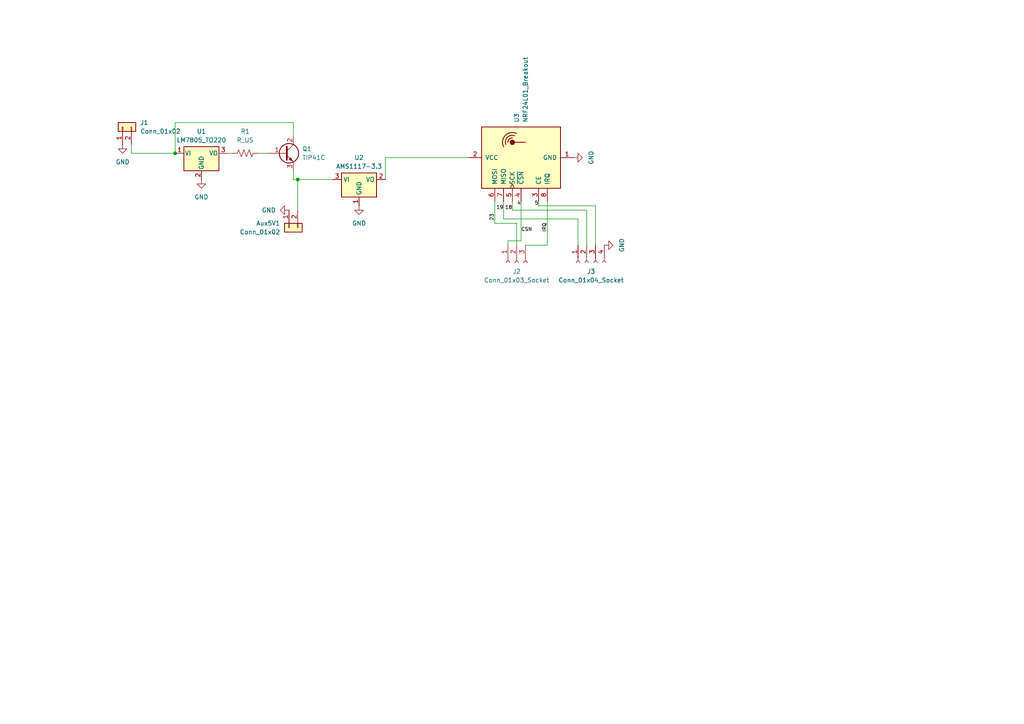
<source format=kicad_sch>
(kicad_sch (version 20231120) (generator "eeschema") (generator_version "8.0")
  (paper "A4")
  (lib_symbols
    (symbol "Connector:Conn_01x03_Socket" (pin_names (offset 1.016) hide)
      (property "Reference" "J" (at 0 5.08 0))
      (property "Value" "Conn_01x03_Socket" (at 0 -5.08 0))
      (symbol "Conn_01x03_Socket_1_1"
        (arc (start 0 -2.032) (mid -0.5058 -2.54) (end 0 -3.048) (stroke (width 0.1524)))
        (polyline (pts (xy -1.27 -2.54) (xy -0.508 -2.54)) (stroke (width 0.1524)))
        (polyline (pts (xy -1.27 0) (xy -0.508 0)) (stroke (width 0.1524)))
        (polyline (pts (xy -1.27 2.54) (xy -0.508 2.54)) (stroke (width 0.1524)))
        (arc (start 0 0.508) (mid -0.5058 0) (end 0 -0.508) (stroke (width 0.1524)))
        (arc (start 0 3.048) (mid -0.5058 2.54) (end 0 2.032) (stroke (width 0.1524)))
        (pin passive line (at -5.08 2.54 0) (length 3.81) (name "Pin_1") (number "1"))
        (pin passive line (at -5.08 0 0) (length 3.81) (name "Pin_2") (number "2"))
        (pin passive line (at -5.08 -2.54 0) (length 3.81) (name "Pin_3") (number "3"))
      )
    )
    (symbol "Connector:Conn_01x04_Socket" (pin_names (offset 1.016) hide)
      (property "Reference" "J" (at 0 5.08 0))
      (property "Value" "Conn_01x04_Socket" (at 0 -7.62 0))
      (symbol "Conn_01x04_Socket_1_1"
        (arc (start 0 -4.572) (mid -0.5058 -5.08) (end 0 -5.588) (stroke (width 0.1524)))
        (arc (start 0 -2.032) (mid -0.5058 -2.54) (end 0 -3.048) (stroke (width 0.1524)))
        (polyline (pts (xy -1.27 -5.08) (xy -0.508 -5.08)) (stroke (width 0.1524)))
        (polyline (pts (xy -1.27 -2.54) (xy -0.508 -2.54)) (stroke (width 0.1524)))
        (polyline (pts (xy -1.27 0) (xy -0.508 0)) (stroke (width 0.1524)))
        (polyline (pts (xy -1.27 2.54) (xy -0.508 2.54)) (stroke (width 0.1524)))
        (arc (start 0 0.508) (mid -0.5058 0) (end 0 -0.508) (stroke (width 0.1524)))
        (arc (start 0 3.048) (mid -0.5058 2.54) (end 0 2.032) (stroke (width 0.1524)))
        (pin passive line (at -5.08 2.54 0) (length 3.81) (name "Pin_1") (number "1"))
        (pin passive line (at -5.08 0 0) (length 3.81) (name "Pin_2") (number "2"))
        (pin passive line (at -5.08 -2.54 0) (length 3.81) (name "Pin_3") (number "3"))
        (pin passive line (at -5.08 -5.08 0) (length 3.81) (name "Pin_4") (number "4"))
      )
    )
    (symbol "Connector_Generic:Conn_01x02" (pin_names (offset 1.016) hide)
      (property "Reference" "J" (at 0 2.54 0))
      (property "Value" "Conn_01x02" (at 0 -5.08 0))
      (symbol "Conn_01x02_1_1"
        (rectangle (start -1.27 -2.413) (end 0 -2.667) (stroke (width 0.1524)))
        (rectangle (start -1.27 0.127) (end 0 -0.127) (stroke (width 0.1524)))
        (rectangle (start -1.27 1.27) (end 1.27 -3.81) (stroke (width 0.254)) (fill (type background)))
        (pin passive line (at -5.08 0 0) (length 3.81) (name "Pin_1") (number "1"))
        (pin passive line (at -5.08 -2.54 0) (length 3.81) (name "Pin_2") (number "2"))
      )
    )
    (symbol "Device:R_US" (pin_numbers hide) (pin_names (offset 0))
      (property "Reference" "R" (at 2.54 0 90))
      (property "Value" "R_US" (at -2.54 0 90))
      (symbol "R_US_0_1"
        (polyline (pts (xy 0 -2.286) (xy 0 -2.54)))
        (polyline (pts (xy 0 2.286) (xy 0 2.54)))
        (polyline (pts (xy 0 -0.762) (xy 1.016 -1.143) (xy 0 -1.524) (xy -1.016 -1.905) (xy 0 -2.286)))
        (polyline (pts (xy 0 0.762) (xy 1.016 0.381) (xy 0 0) (xy -1.016 -0.381) (xy 0 -0.762)))
        (polyline (pts (xy 0 2.286) (xy 1.016 1.905) (xy 0 1.524) (xy -1.016 1.143) (xy 0 0.762)))
      )
      (symbol "R_US_1_1"
        (pin passive line (at 0 3.81 270) (length 1.27) (name "~") (number "1"))
        (pin passive line (at 0 -3.81 90) (length 1.27) (name "~") (number "2"))
      )
    )
    (symbol "RF:NRF24L01_Breakout" (pin_names (offset 1.016))
      (property "Reference" "U" (at -8.89 12.7 0))
      (property "Value" "NRF24L01_Breakout" (at 3.81 12.7 0))
      (symbol "NRF24L01_Breakout_0_1"
        (rectangle (start -8.89 11.43) (end 8.89 -11.43) (stroke (width 0.254)) (fill (type background)))
        (polyline (pts (xy 4.445 1.905) (xy 4.445 -1.27)) (stroke (width 0.254)))
        (circle (center 4.445 2.54) (radius 0.635) (stroke (width 0.254)) (fill (type outline)))
        (arc (start 5.715 2.54) (mid 5.3521 3.4546) (end 4.445 3.81) (stroke (width 0.254)))
        (arc (start 6.35 1.905) (mid 5.8763 3.9854) (end 3.81 4.445) (stroke (width 0.254)))
        (arc (start 6.985 1.27) (mid 6.453 4.548) (end 3.175 5.08) (stroke (width 0.254)))
      )
      (symbol "NRF24L01_Breakout_1_1"
        (pin power_in line (at 0 -15.24 90) (length 3.81) (name "GND") (number "1"))
        (pin power_in line (at 0 15.24 270) (length 3.81) (name "VCC") (number "2"))
        (pin input line (at -12.7 -5.08 0) (length 3.81) (name "CE") (number "3"))
        (pin input line (at -12.7 0 0) (length 3.81) (name "~{CSN}") (number "4"))
        (pin input clock (at -12.7 2.54 0) (length 3.81) (name "SCK") (number "5"))
        (pin input line (at -12.7 7.62 0) (length 3.81) (name "MOSI") (number "6"))
        (pin output line (at -12.7 5.08 0) (length 3.81) (name "MISO") (number "7"))
        (pin output line (at -12.7 -7.62 0) (length 3.81) (name "IRQ") (number "8"))
      )
    )
    (symbol "Regulator_Linear:AMS1117-3.3"
      (property "Reference" "U" (at -3.81 3.175 0))
      (property "Value" "AMS1117-3.3" (at 0 3.175 0))
      (symbol "AMS1117-3.3_0_1"
        (rectangle (start -5.08 -5.08) (end 5.08 1.905) (stroke (width 0.254)) (fill (type background)))
      )
      (symbol "AMS1117-3.3_1_1"
        (pin power_in line (at 0 -7.62 90) (length 2.54) (name "GND") (number "1"))
        (pin power_out line (at 7.62 0 180) (length 2.54) (name "VO") (number "2"))
        (pin power_in line (at -7.62 0 0) (length 2.54) (name "VI") (number "3"))
      )
    )
    (symbol "Regulator_Linear:LM7805_TO220" (pin_names (offset 0.254))
      (property "Reference" "U" (at -3.81 3.175 0))
      (property "Value" "LM7805_TO220" (at 0 3.175 0))
      (symbol "LM7805_TO220_0_1"
        (rectangle (start -5.08 1.905) (end 5.08 -5.08) (stroke (width 0.254)) (fill (type background)))
      )
      (symbol "LM7805_TO220_1_1"
        (pin power_in line (at -7.62 0 0) (length 2.54) (name "VI") (number "1"))
        (pin power_in line (at 0 -7.62 90) (length 2.54) (name "GND") (number "2"))
        (pin power_out line (at 7.62 0 180) (length 2.54) (name "VO") (number "3"))
      )
    )
    (symbol "Transistor_BJT:TIP41C" (pin_names (offset 0) hide)
      (property "Reference" "Q" (at 6.35 1.905 0))
      (property "Value" "TIP41C" (at 6.35 0 0))
      (symbol "TIP41C_0_1"
        (polyline (pts (xy 0.635 0.635) (xy 2.54 2.54)))
        (polyline (pts (xy 0.635 -0.635) (xy 2.54 -2.54) (xy 2.54 -2.54)))
        (polyline (pts (xy 0.635 1.905) (xy 0.635 -1.905) (xy 0.635 -1.905)) (stroke (width 0.508)))
        (polyline (pts (xy 1.27 -1.778) (xy 1.778 -1.27) (xy 2.286 -2.286) (xy 1.27 -1.778) (xy 1.27 -1.778)) (fill (type outline)))
        (circle (center 1.27 0) (radius 2.8194) (stroke (width 0.254)))
      )
      (symbol "TIP41C_1_1"
        (pin input line (at -5.08 0 0) (length 5.715) (name "B") (number "1"))
        (pin passive line (at 2.54 5.08 270) (length 2.54) (name "C") (number "2"))
        (pin passive line (at 2.54 -5.08 90) (length 2.54) (name "E") (number "3"))
      )
    )
    (symbol "power:GND" (power) (pin_numbers hide) (pin_names (offset 0) hide)
      (property "Value" "GND" (at 0 -3.81 0))
      (symbol "GND_0_1"
        (polyline (pts (xy 0 0) (xy 0 -1.27) (xy 1.27 -1.27) (xy 0 -2.54) (xy -1.27 -1.27) (xy 0 -1.27)))
      )
      (symbol "GND_1_1"
        (pin power_in line (at 0 0 270) (length 0) (name "~") (number "1"))
      )
    )
  )
  (junction (at 86.36 52.07))
  (junction (at 50.8 44.45))
  (wire (pts (xy 158.75 58.42) (xy 158.75 71.12)))
  (wire (pts (xy 85.09 52.07) (xy 86.36 52.07)))
  (wire (pts (xy 148.59 60.96) (xy 170.18 60.96)))
  (wire (pts (xy 86.36 60.96) (xy 86.36 52.07)))
  (wire (pts (xy 38.1 44.45) (xy 50.8 44.45)))
  (wire (pts (xy 66.04 44.45) (xy 67.31 44.45)))
  (wire (pts (xy 149.86 64.77) (xy 149.86 71.12)))
  (wire (pts (xy 85.09 39.37) (xy 85.09 35.56)))
  (wire (pts (xy 151.13 69.85) (xy 147.32 69.85)))
  (wire (pts (xy 135.89 45.72) (xy 111.76 45.72)))
  (wire (pts (xy 38.1 41.91) (xy 38.1 44.45)))
  (wire (pts (xy 156.21 58.42) (xy 156.21 59.69)))
  (wire (pts (xy 50.8 35.56) (xy 50.8 44.45)))
  (wire (pts (xy 146.05 63.5) (xy 167.64 63.5)))
  (wire (pts (xy 74.93 44.45) (xy 77.47 44.45)))
  (wire (pts (xy 85.09 49.53) (xy 85.09 52.07)))
  (wire (pts (xy 167.64 71.12) (xy 167.64 63.5)))
  (wire (pts (xy 158.75 71.12) (xy 152.4 71.12)))
  (wire (pts (xy 146.05 58.42) (xy 146.05 63.5)))
  (wire (pts (xy 111.76 45.72) (xy 111.76 52.07)))
  (wire (pts (xy 143.51 58.42) (xy 143.51 64.77)))
  (wire (pts (xy 172.72 59.69) (xy 172.72 71.12)))
  (wire (pts (xy 151.13 58.42) (xy 151.13 69.85)))
  (wire (pts (xy 156.21 59.69) (xy 172.72 59.69)))
  (wire (pts (xy 143.51 64.77) (xy 149.86 64.77)))
  (wire (pts (xy 170.18 71.12) (xy 170.18 60.96)))
  (wire (pts (xy 147.32 69.85) (xy 147.32 71.12)))
  (wire (pts (xy 148.59 60.96) (xy 148.59 58.42)))
  (wire (pts (xy 85.09 35.56) (xy 50.8 35.56)))
  (wire (pts (xy 86.36 52.07) (xy 96.52 52.07)))
  (label "4" (at 151.13 59.69 180) (effects (font (size 1.016 1.016))))
  (label "IRQ" (at 158.75 67.31 90) (effects (font (size 1.016 1.016))))
  (label "CSN" (at 151.13 67.31 0) (effects (font (size 1.016 1.016))))
  (label "19" (at 146.05 60.96 180) (effects (font (size 1.016 1.016))))
  (label "5" (at 156.21 59.69 180) (effects (font (size 1.016 1.016))))
  (label "18" (at 148.59 60.96 180) (effects (font (size 1.016 1.016))))
  (label " 23 " (at 143.51 64.77 90) (effects (font (size 1.016 1.016))))
  (symbol (lib_id "power:GND") (at 83.82 60.96 270) (unit 1)
    (property "Reference" "#PWR05" (effects (hide yes)))
    (property "Value" "GND" (at 80.01 60.9599 90) (effects (justify right)))
    (property "Description" "Power symbol creates a global label with name \"GND\" , ground" (effects (hide yes)))
  )
  (symbol (lib_id "Regulator_Linear:LM7805_TO220") (at 58.42 44.45 0) (unit 1)
    (property "Reference" "U1" (at 58.42 38.1 0))
    (property "Value" "LM7805_TO220" (at 58.42 40.64 0))
    (property "Footprint" "Package_TO_SOT_THT:TO-220-3_Vertical" (effects (hide yes)))
    (property "Datasheet" "https://www.onsemi.cn/PowerSolutions/document/MC7800-D.PDF" (effects (hide yes)))
    (property "Description" "Positive 1A 35V Linear Regulator, Fixed Output 5V, TO-220" (effects (hide yes)))
  )
  (symbol (lib_id "RF:NRF24L01_Breakout") (at 151.13 45.72 90) (unit 1)
    (property "Reference" "U3" (at 149.8599 35.56 0) (effects (justify left)))
    (property "Value" "NRF24L01_Breakout" (at 152.3999 35.56 0) (effects (justify left)))
    (property "Footprint" "RF_Module:nRF24L01_Breakout" (effects (hide yes)))
    (property "Datasheet" "http://www.nordicsemi.com/eng/content/download/2730/34105/file/nRF24L01_Product_Specification_v2_0.pdf" (effects (hide yes)))
    (property "Description" "Ultra low power 2.4GHz RF Transceiver, Carrier PCB" (effects (hide yes)))
  )
  (symbol (lib_id "power:GND") (at 175.26 71.12 90) (unit 1)
    (property "Reference" "#PWR06" (effects (hide yes)))
    (property "Value" "GND" (at 180.34 71.12 0))
    (property "Description" "Power symbol creates a global label with name \"GND\" , ground" (effects (hide yes)))
  )
  (symbol (lib_id "Connector:Conn_01x03_Socket") (at 149.86 76.2 90) (mirror x) (unit 1)
    (property "Reference" "J2" (at 149.86 78.74 90))
    (property "Value" "Conn_01x03_Socket" (at 149.86 81.28 90))
    (property "Footprint" "Connector_PinHeader_2.54mm:PinHeader_1x03_P2.54mm_Vertical" (effects (hide yes)))
    (property "Description" "Generic connector, single row, 01x03, script generated" (effects (hide yes)))
  )
  (symbol (lib_id "Connector_Generic:Conn_01x02") (at 83.82 66.04 90) (mirror x) (unit 1)
    (property "Reference" "Aux5V1" (at 81.28 64.7699 90) (effects (justify left)))
    (property "Value" "Conn_01x02" (at 81.28 67.3099 90) (effects (justify left)))
    (property "Footprint" "Connector_Molex:Molex_KK-254_AE-6410-02A_1x02_P2.54mm_Vertical" (effects (hide yes)))
    (property "Description" "Generic connector, single row, 01x02, script generated (kicad-library-utils/schlib/autogen/connector/)" (effects (hide yes)))
  )
  (symbol (lib_id "power:GND") (at 35.56 41.91 0) (unit 1)
    (property "Reference" "#PWR03" (effects (hide yes)))
    (property "Value" "GND" (at 35.56 46.99 0))
    (property "Description" "Power symbol creates a global label with name \"GND\" , ground" (effects (hide yes)))
  )
  (symbol (lib_id "Device:R_US") (at 71.12 44.45 90) (unit 1)
    (property "Reference" "R1" (at 71.12 38.1 90))
    (property "Value" "R_US" (at 71.12 40.64 90))
    (property "Footprint" "Resistor_THT:R_Axial_DIN0309_L9.0mm_D3.2mm_P15.24mm_Horizontal" (effects (hide yes)))
    (property "Description" "Resistor, US symbol" (effects (hide yes)))
  )
  (symbol (lib_id "power:GND") (at 58.42 52.07 0) (unit 1)
    (property "Reference" "#PWR02" (effects (hide yes)))
    (property "Value" "GND" (at 58.42 57.15 0))
    (property "Description" "Power symbol creates a global label with name \"GND\" , ground" (effects (hide yes)))
  )
  (symbol (lib_id "Connector:Conn_01x04_Socket") (at 170.18 76.2 90) (mirror x) (unit 1)
    (property "Reference" "J3" (at 171.45 78.74 90))
    (property "Value" "Conn_01x04_Socket" (at 171.45 81.28 90))
    (property "Footprint" "Connector_PinHeader_2.54mm:PinHeader_1x04_P2.54mm_Vertical" (effects (hide yes)))
    (property "Description" "Generic connector, single row, 01x04, script generated" (effects (hide yes)))
  )
  (symbol (lib_id "Connector_Generic:Conn_01x02") (at 35.56 36.83 90) (unit 1)
    (property "Reference" "J1" (at 40.64 35.5599 90) (effects (justify right)))
    (property "Value" "Conn_01x02" (at 40.64 38.0999 90) (effects (justify right)))
    (property "Footprint" "Connector_Molex:Molex_KK-254_AE-6410-02A_1x02_P2.54mm_Vertical" (effects (hide yes)))
    (property "Description" "Generic connector, single row, 01x02, script generated (kicad-library-utils/schlib/autogen/connector/)" (effects (hide yes)))
  )
  (symbol (lib_id "Regulator_Linear:AMS1117-3.3") (at 104.14 52.07 0) (unit 1)
    (property "Reference" "U2" (at 104.14 45.72 0))
    (property "Value" "AMS1117-3.3" (at 104.14 48.26 0))
    (property "Footprint" "Package_TO_SOT_SMD:SOT-223-3_TabPin2" (effects (hide yes)))
    (property "Datasheet" "http://www.advanced-monolithic.com/pdf/ds1117.pdf" (effects (hide yes)))
    (property "Description" "1A Low Dropout regulator, positive, 3.3V fixed output, SOT-223" (effects (hide yes)))
  )
  (symbol (lib_id "power:GND") (at 104.14 59.69 0) (unit 1)
    (property "Reference" "#PWR01" (effects (hide yes)))
    (property "Value" "GND" (at 104.14 64.77 0))
    (property "Description" "Power symbol creates a global label with name \"GND\" , ground" (effects (hide yes)))
  )
  (symbol (lib_id "Transistor_BJT:TIP41C") (at 82.55 44.45 0) (unit 1)
    (property "Reference" "Q1" (at 87.63 43.1799 0) (effects (justify left)))
    (property "Value" "TIP41C" (at 87.63 45.7199 0) (effects (justify left)))
    (property "Footprint" "Package_TO_SOT_THT:TO-220-3_Vertical" (effects (hide yes)))
    (property "Datasheet" "https://www.centralsemi.com/get_document.php?cmp=1&mergetype=pd&mergepath=pd&pdf_id=tip41.PDF" (effects (hide yes)))
    (property "Description" "6A Ic, 100V Vce, Power NPN Transistor, TO-220" (effects (hide yes)))
  )
  (symbol (lib_id "power:GND") (at 166.37 45.72 90) (unit 1)
    (property "Reference" "#PWR04" (effects (hide yes)))
    (property "Value" "GND" (at 171.45 45.72 0))
    (property "Description" "Power symbol creates a global label with name \"GND\" , ground" (effects (hide yes)))
  )
)
</source>
